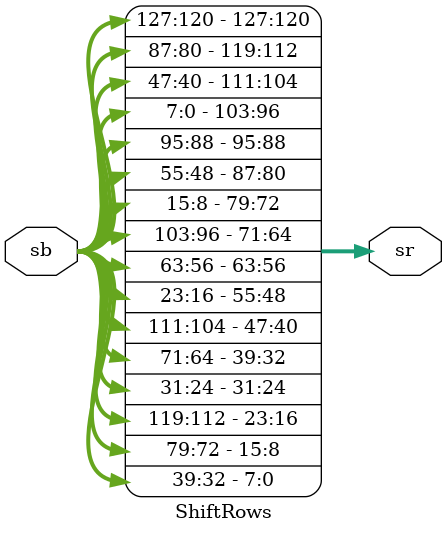
<source format=v>
`timescale 1ns / 1ps


module ShiftRows(input [127:0] sb,output[127:0] sr);
assign         sr[127:120] = sb[127:120];  
assign         sr[119:112] = sb[87:80];
assign         sr[111:104] = sb[47:40];
assign         sr[103:96] = sb[7:0];
   
assign          sr[95:88] = sb[95:88];
assign          sr[87:80] = sb[55:48];
assign          sr[79:72] = sb[15:8];
assign          sr[71:64] = sb[103:96];
   
assign          sr[63:56] = sb[63:56];
assign          sr[55:48] = sb[23:16];
assign          sr[47:40] = sb[111:104];
assign          sr[39:32] = sb[71:64];
   
assign          sr[31:24] = sb[31:24];
assign          sr[23:16] = sb[119:112];
assign          sr[15:8] = sb[79:72];
assign          sr[7:0] = sb[39:32]; 
endmodule

</source>
